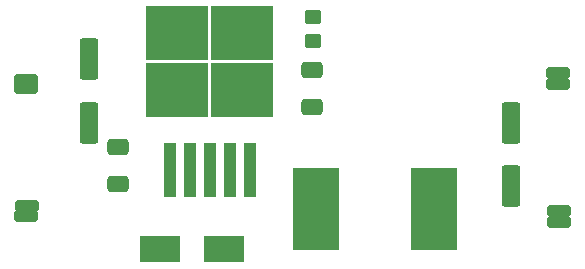
<source format=gbr>
%TF.GenerationSoftware,KiCad,Pcbnew,(6.0.7-1)-1*%
%TF.CreationDate,2022-10-26T21:12:00+02:00*%
%TF.ProjectId,Modulo_LM2596S,4d6f6475-6c6f-45f4-9c4d-32353936532e,rev?*%
%TF.SameCoordinates,Original*%
%TF.FileFunction,Paste,Top*%
%TF.FilePolarity,Positive*%
%FSLAX46Y46*%
G04 Gerber Fmt 4.6, Leading zero omitted, Abs format (unit mm)*
G04 Created by KiCad (PCBNEW (6.0.7-1)-1) date 2022-10-26 21:12:00*
%MOMM*%
%LPD*%
G01*
G04 APERTURE LIST*
G04 Aperture macros list*
%AMRoundRect*
0 Rectangle with rounded corners*
0 $1 Rounding radius*
0 $2 $3 $4 $5 $6 $7 $8 $9 X,Y pos of 4 corners*
0 Add a 4 corners polygon primitive as box body*
4,1,4,$2,$3,$4,$5,$6,$7,$8,$9,$2,$3,0*
0 Add four circle primitives for the rounded corners*
1,1,$1+$1,$2,$3*
1,1,$1+$1,$4,$5*
1,1,$1+$1,$6,$7*
1,1,$1+$1,$8,$9*
0 Add four rect primitives between the rounded corners*
20,1,$1+$1,$2,$3,$4,$5,0*
20,1,$1+$1,$4,$5,$6,$7,0*
20,1,$1+$1,$6,$7,$8,$9,0*
20,1,$1+$1,$8,$9,$2,$3,0*%
G04 Aperture macros list end*
%ADD10R,5.250000X4.550000*%
%ADD11R,1.100000X4.600000*%
%ADD12RoundRect,0.250000X0.750000X-0.250000X0.750000X0.250000X-0.750000X0.250000X-0.750000X-0.250000X0*%
%ADD13RoundRect,0.250000X-0.650000X0.412500X-0.650000X-0.412500X0.650000X-0.412500X0.650000X0.412500X0*%
%ADD14RoundRect,0.250000X-0.550000X1.500000X-0.550000X-1.500000X0.550000X-1.500000X0.550000X1.500000X0*%
%ADD15RoundRect,0.250000X0.450000X-0.350000X0.450000X0.350000X-0.450000X0.350000X-0.450000X-0.350000X0*%
%ADD16RoundRect,0.250000X-0.750000X0.250000X-0.750000X-0.250000X0.750000X-0.250000X0.750000X0.250000X0*%
%ADD17R,3.500000X2.300000*%
%ADD18R,4.000000X7.000000*%
G04 APERTURE END LIST*
D10*
%TO.C,U101*%
X171900000Y-72150000D03*
X171900000Y-77000000D03*
X166350000Y-77000000D03*
X166350000Y-72150000D03*
D11*
X165725000Y-83725000D03*
X167425000Y-83725000D03*
X169125000Y-83725000D03*
X170825000Y-83725000D03*
X172525000Y-83725000D03*
%TD*%
D12*
%TO.C,J106*%
X198700000Y-88200000D03*
%TD*%
%TO.C,J101*%
X153550000Y-76150000D03*
%TD*%
%TO.C,J108*%
X153600000Y-87650000D03*
%TD*%
%TO.C,J103*%
X198650000Y-75550000D03*
%TD*%
D13*
%TO.C,C102*%
X161350000Y-81812500D03*
X161350000Y-84937500D03*
%TD*%
D14*
%TO.C,C101*%
X158900000Y-74350000D03*
X158900000Y-79750000D03*
%TD*%
D15*
%TO.C,R101*%
X177900000Y-72825000D03*
X177900000Y-70825000D03*
%TD*%
D14*
%TO.C,C103*%
X194600000Y-79750000D03*
X194600000Y-85150000D03*
%TD*%
D13*
%TO.C,C104*%
X177775000Y-75287500D03*
X177775000Y-78412500D03*
%TD*%
D16*
%TO.C,J104*%
X153650000Y-86850000D03*
%TD*%
D12*
%TO.C,J102*%
X198700000Y-87250000D03*
%TD*%
D17*
%TO.C,D101*%
X170350000Y-90450000D03*
X164950000Y-90450000D03*
%TD*%
D18*
%TO.C,L101*%
X178100000Y-87100000D03*
X188100000Y-87100000D03*
%TD*%
D12*
%TO.C,J107*%
X198650000Y-76500000D03*
%TD*%
%TO.C,J105*%
X153550000Y-76850000D03*
%TD*%
M02*

</source>
